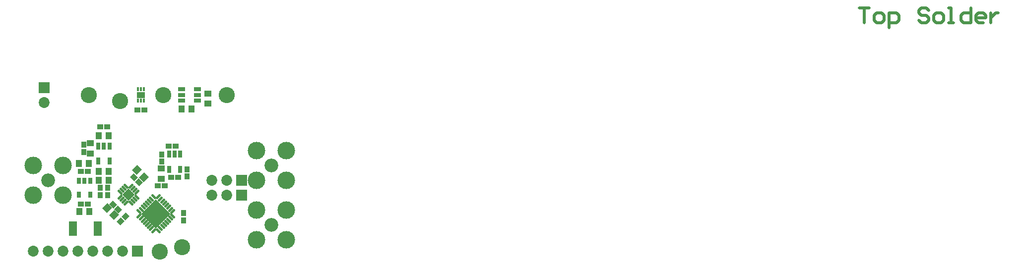
<source format=gts>
G04 Layer_Color=8388736*
%FSLAX25Y25*%
%MOIN*%
G70*
G01*
G75*
%ADD28C,0.02000*%
%ADD45R,0.03162X0.05131*%
%ADD46R,0.03950X0.03556*%
%ADD47R,0.04737X0.04343*%
%ADD48R,0.03556X0.03950*%
%ADD49R,0.04343X0.04737*%
G04:AMPARAMS|DCode=50|XSize=17.5mil|YSize=40mil|CornerRadius=0mil|HoleSize=0mil|Usage=FLASHONLY|Rotation=45.000|XOffset=0mil|YOffset=0mil|HoleType=Round|Shape=Round|*
%AMOVALD50*
21,1,0.02250,0.01750,0.00000,0.00000,135.0*
1,1,0.01750,0.00796,-0.00796*
1,1,0.01750,-0.00796,0.00796*
%
%ADD50OVALD50*%

G04:AMPARAMS|DCode=51|XSize=17.5mil|YSize=40mil|CornerRadius=0mil|HoleSize=0mil|Usage=FLASHONLY|Rotation=315.000|XOffset=0mil|YOffset=0mil|HoleType=Round|Shape=Round|*
%AMOVALD51*
21,1,0.02250,0.01750,0.00000,0.00000,45.0*
1,1,0.01750,-0.00796,-0.00796*
1,1,0.01750,0.00796,0.00796*
%
%ADD51OVALD51*%

%ADD52P,0.08369X4X360.0*%
G04:AMPARAMS|DCode=53|XSize=35.56mil|YSize=39.5mil|CornerRadius=0mil|HoleSize=0mil|Usage=FLASHONLY|Rotation=225.000|XOffset=0mil|YOffset=0mil|HoleType=Round|Shape=Rectangle|*
%AMROTATEDRECTD53*
4,1,4,-0.00139,0.02654,0.02654,-0.00139,0.00139,-0.02654,-0.02654,0.00139,-0.00139,0.02654,0.0*
%
%ADD53ROTATEDRECTD53*%

G04:AMPARAMS|DCode=54|XSize=35.56mil|YSize=39.5mil|CornerRadius=0mil|HoleSize=0mil|Usage=FLASHONLY|Rotation=135.000|XOffset=0mil|YOffset=0mil|HoleType=Round|Shape=Rectangle|*
%AMROTATEDRECTD54*
4,1,4,0.02654,0.00139,-0.00139,-0.02654,-0.02654,-0.00139,0.00139,0.02654,0.02654,0.00139,0.0*
%
%ADD54ROTATEDRECTD54*%

G04:AMPARAMS|DCode=55|XSize=47.37mil|YSize=43.43mil|CornerRadius=0mil|HoleSize=0mil|Usage=FLASHONLY|Rotation=225.000|XOffset=0mil|YOffset=0mil|HoleType=Round|Shape=Rectangle|*
%AMROTATEDRECTD55*
4,1,4,0.00139,0.03210,0.03210,0.00139,-0.00139,-0.03210,-0.03210,-0.00139,0.00139,0.03210,0.0*
%
%ADD55ROTATEDRECTD55*%

%ADD56R,0.02965X0.04147*%
%ADD57R,0.05524X0.01981*%
%ADD58R,0.04737X0.03162*%
%ADD59R,0.05761X0.03950*%
%ADD60R,0.01706X0.03162*%
%ADD61P,0.19505X4X90.0*%
%ADD62C,0.10800*%
%ADD63C,0.11824*%
%ADD64C,0.09213*%
%ADD65R,0.07300X0.07300*%
%ADD66C,0.07300*%
%ADD67R,0.07300X0.07300*%
D28*
X875000Y545997D02*
X881664D01*
X878332D01*
Y536000D01*
X886663D02*
X889995D01*
X891661Y537666D01*
Y540998D01*
X889995Y542664D01*
X886663D01*
X884997Y540998D01*
Y537666D01*
X886663Y536000D01*
X894993Y532668D02*
Y542664D01*
X899992D01*
X901658Y540998D01*
Y537666D01*
X899992Y536000D01*
X894993D01*
X921652Y544331D02*
X919985Y545997D01*
X916653D01*
X914987Y544331D01*
Y542664D01*
X916653Y540998D01*
X919985D01*
X921652Y539332D01*
Y537666D01*
X919985Y536000D01*
X916653D01*
X914987Y537666D01*
X926650Y536000D02*
X929982D01*
X931648Y537666D01*
Y540998D01*
X929982Y542664D01*
X926650D01*
X924984Y540998D01*
Y537666D01*
X926650Y536000D01*
X934981D02*
X938313D01*
X936647D01*
Y545997D01*
X934981D01*
X949976D02*
Y536000D01*
X944977D01*
X943311Y537666D01*
Y540998D01*
X944977Y542664D01*
X949976D01*
X958306Y536000D02*
X954974D01*
X953308Y537666D01*
Y540998D01*
X954974Y542664D01*
X958306D01*
X959972Y540998D01*
Y539332D01*
X953308D01*
X963305Y542664D02*
Y536000D01*
Y539332D01*
X964971Y540998D01*
X966637Y542664D01*
X968303D01*
D45*
X418740Y437382D02*
D03*
X411260D02*
D03*
Y447618D02*
D03*
X415000D02*
D03*
X418740D02*
D03*
X371240Y442882D02*
D03*
X363760D02*
D03*
Y453118D02*
D03*
X367500D02*
D03*
X371240D02*
D03*
D46*
X415862Y453000D02*
D03*
X411138D02*
D03*
X417362Y432000D02*
D03*
X412638D02*
D03*
X408362Y426500D02*
D03*
X403638D02*
D03*
X352138Y436000D02*
D03*
X356862D02*
D03*
X365138Y466000D02*
D03*
X369862D02*
D03*
X352138Y414000D02*
D03*
X356862D02*
D03*
X390138Y477500D02*
D03*
X394862D02*
D03*
D47*
X406000Y437847D02*
D03*
Y431153D02*
D03*
X358500Y448153D02*
D03*
Y454846D02*
D03*
X437500Y488346D02*
D03*
Y481653D02*
D03*
D48*
X406500Y447362D02*
D03*
Y442638D02*
D03*
X423500Y432638D02*
D03*
Y437362D02*
D03*
X370000Y424862D02*
D03*
Y420138D02*
D03*
X365000Y420138D02*
D03*
Y424862D02*
D03*
X354000Y453862D02*
D03*
Y449138D02*
D03*
X421000Y407862D02*
D03*
Y403138D02*
D03*
D49*
X364154Y436000D02*
D03*
X370847D02*
D03*
X364154Y430000D02*
D03*
X370847D02*
D03*
X357347Y441500D02*
D03*
X350654D02*
D03*
X370847Y460000D02*
D03*
X364154D02*
D03*
X351153Y408853D02*
D03*
X357846D02*
D03*
X426346Y478000D02*
D03*
X419654D02*
D03*
D50*
X382407Y426161D02*
D03*
X381015Y424769D02*
D03*
X379623Y423377D02*
D03*
X378231Y421985D02*
D03*
X385608Y414608D02*
D03*
X387000Y416000D02*
D03*
X388392Y417392D02*
D03*
X389784Y418784D02*
D03*
X391156Y409101D02*
D03*
X392548Y410493D02*
D03*
X393940Y411885D02*
D03*
X395332Y413277D02*
D03*
X396724Y414669D02*
D03*
X398115Y416060D02*
D03*
X399507Y417452D02*
D03*
X400899Y418844D02*
D03*
X413844Y405899D02*
D03*
X412452Y404507D02*
D03*
X411060Y403115D02*
D03*
X409668Y401723D02*
D03*
X408277Y400331D02*
D03*
X406885Y398940D02*
D03*
X405493Y397548D02*
D03*
X404101Y396156D02*
D03*
D51*
X378231Y418784D02*
D03*
X379623Y417392D02*
D03*
X381015Y416000D02*
D03*
X382407Y414608D02*
D03*
X389784Y421985D02*
D03*
X388392Y423377D02*
D03*
X387000Y424769D02*
D03*
X385608Y426161D02*
D03*
X404101Y418844D02*
D03*
X405493Y417452D02*
D03*
X406885Y416060D02*
D03*
X408277Y414669D02*
D03*
X409668Y413277D02*
D03*
X411060Y411885D02*
D03*
X412452Y410493D02*
D03*
X413844Y409101D02*
D03*
X400899Y396156D02*
D03*
X399507Y397548D02*
D03*
X398115Y398940D02*
D03*
X396724Y400331D02*
D03*
X395332Y401723D02*
D03*
X393940Y403115D02*
D03*
X392548Y404507D02*
D03*
X391156Y405899D02*
D03*
D52*
X384007Y420385D02*
D03*
D53*
X377170Y410330D02*
D03*
X373830Y413670D02*
D03*
X391170Y428830D02*
D03*
X387830Y432170D02*
D03*
D54*
X378830Y402330D02*
D03*
X382170Y405670D02*
D03*
D55*
X374366Y406634D02*
D03*
X369634Y411366D02*
D03*
X389634Y436866D02*
D03*
X394366Y432134D02*
D03*
D56*
X358240Y420177D02*
D03*
X350760D02*
D03*
Y429823D02*
D03*
X354500Y429823D02*
D03*
X358240Y429823D02*
D03*
D57*
X346732Y401437D02*
D03*
Y399468D02*
D03*
Y397500D02*
D03*
Y395532D02*
D03*
Y393563D02*
D03*
X363268Y401437D02*
D03*
Y399468D02*
D03*
X363268Y397500D02*
D03*
Y395532D02*
D03*
X363268Y393563D02*
D03*
D58*
X419587Y483760D02*
D03*
Y487500D02*
D03*
Y491240D02*
D03*
X430413D02*
D03*
X430413Y487500D02*
D03*
X430413Y483760D02*
D03*
D59*
X392500Y487500D02*
D03*
D60*
X394468Y483563D02*
D03*
X392500D02*
D03*
X390531D02*
D03*
Y491437D02*
D03*
X392500D02*
D03*
X394468D02*
D03*
D61*
X402500Y407500D02*
D03*
D62*
X450000Y487500D02*
D03*
X357500D02*
D03*
X378500Y483500D02*
D03*
X407500Y487500D02*
D03*
X420000Y385000D02*
D03*
X405000Y382000D02*
D03*
D63*
X320000Y420000D02*
D03*
Y440000D02*
D03*
X340000D02*
D03*
Y420000D02*
D03*
X470000Y390000D02*
D03*
Y410000D02*
D03*
X490000D02*
D03*
Y390000D02*
D03*
X470000Y430000D02*
D03*
Y450000D02*
D03*
X490000D02*
D03*
Y430000D02*
D03*
D64*
X330000D02*
D03*
X480000Y400000D02*
D03*
Y440000D02*
D03*
D65*
X390000Y382500D02*
D03*
X460000Y420000D02*
D03*
Y430000D02*
D03*
D66*
X380000Y382500D02*
D03*
X370000D02*
D03*
X360000D02*
D03*
X350000D02*
D03*
X340000D02*
D03*
X330000D02*
D03*
X320000D02*
D03*
X327500Y482500D02*
D03*
X440000Y420000D02*
D03*
X450000D02*
D03*
X440000Y430000D02*
D03*
X450000D02*
D03*
D67*
X327500Y492500D02*
D03*
M02*

</source>
